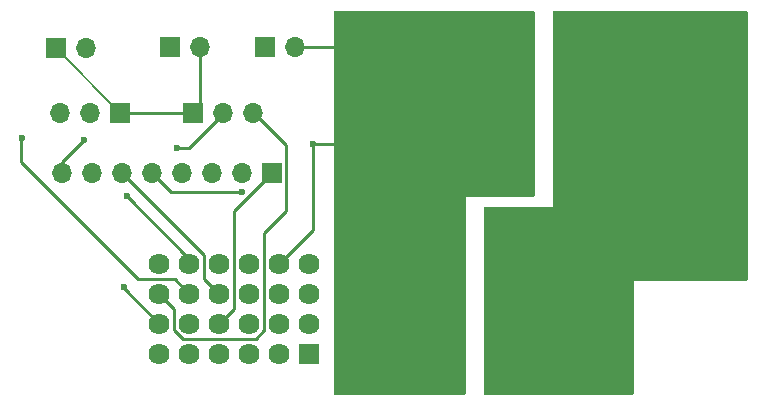
<source format=gbr>
%TF.GenerationSoftware,KiCad,Pcbnew,8.0.6*%
%TF.CreationDate,2025-01-01T08:23:18-05:00*%
%TF.ProjectId,ge-psu,67652d70-7375-42e6-9b69-6361645f7063,rev?*%
%TF.SameCoordinates,Original*%
%TF.FileFunction,Copper,L2,Bot*%
%TF.FilePolarity,Positive*%
%FSLAX46Y46*%
G04 Gerber Fmt 4.6, Leading zero omitted, Abs format (unit mm)*
G04 Created by KiCad (PCBNEW 8.0.6) date 2025-01-01 08:23:18*
%MOMM*%
%LPD*%
G01*
G04 APERTURE LIST*
%TA.AperFunction,ComponentPad*%
%ADD10C,0.900000*%
%TD*%
%TA.AperFunction,ComponentPad*%
%ADD11C,13.000000*%
%TD*%
%TA.AperFunction,ComponentPad*%
%ADD12R,1.700000X1.700000*%
%TD*%
%TA.AperFunction,ComponentPad*%
%ADD13O,1.700000X1.700000*%
%TD*%
%TA.AperFunction,ComponentPad*%
%ADD14R,1.790700X1.790700*%
%TD*%
%TA.AperFunction,ComponentPad*%
%ADD15C,1.790700*%
%TD*%
%TA.AperFunction,ViaPad*%
%ADD16C,0.600000*%
%TD*%
%TA.AperFunction,Conductor*%
%ADD17C,0.250000*%
%TD*%
%TA.AperFunction,Conductor*%
%ADD18C,0.200000*%
%TD*%
G04 APERTURE END LIST*
D10*
%TO.P,H1,1,1*%
%TO.N,VPLUS*%
X164143854Y-63862854D03*
X165571708Y-60415708D03*
X165571708Y-67310000D03*
X169018854Y-58987854D03*
D11*
X169018854Y-63862854D03*
D10*
X169018854Y-68737854D03*
X172466000Y-60415708D03*
X172466000Y-67310000D03*
X173893854Y-63862854D03*
%TD*%
D12*
%TO.P,J7,1,Pin_1*%
%TO.N,ALERT0*%
X137287000Y-69088000D03*
D13*
%TO.P,J7,2,Pin_2*%
%TO.N,ALERT1*%
X134747000Y-69088000D03*
%TO.P,J7,3,Pin_3*%
%TO.N,PFW*%
X132207000Y-69088000D03*
%TO.P,J7,4,Pin_4*%
%TO.N,OTW*%
X129667000Y-69088000D03*
%TO.P,J7,5,Pin_5*%
%TO.N,Power_Cap*%
X127127000Y-69088000D03*
%TO.P,J7,6,Pin_6*%
%TO.N,RESET*%
X124587000Y-69088000D03*
%TO.P,J7,7,Pin_7*%
%TO.N,MOD_PRE*%
X122047000Y-69088000D03*
%TO.P,J7,8,Pin_8*%
%TO.N,Fault*%
X119507000Y-69088000D03*
%TD*%
D14*
%TO.P,J1,A1,A1*%
%TO.N,UNIT_ADDR*%
X140435000Y-84400000D03*
D15*
%TO.P,J1,A2,A2*%
%TO.N,unconnected-(J1-PadA2)*%
X137895000Y-84400000D03*
%TO.P,J1,A3,A3*%
%TO.N,LOGIC_GRD*%
X135355000Y-84400000D03*
%TO.P,J1,A4,A4*%
%TO.N,PFW*%
X132815000Y-84400000D03*
%TO.P,J1,A5,A5*%
%TO.N,SDA_0*%
X130275000Y-84400000D03*
%TO.P,J1,A6,A6*%
%TO.N,SCL_0*%
X127735000Y-84400000D03*
%TO.P,J1,B1,B1*%
%TO.N,8V_INT*%
X140435000Y-81860000D03*
%TO.P,J1,B2,B2*%
%TO.N,unconnected-(J1-PadB2)*%
X137895000Y-81860000D03*
%TO.P,J1,B3,B3*%
%TO.N,ALERT1*%
X135355000Y-81860000D03*
%TO.P,J1,B4,B4*%
%TO.N,ALERT0*%
X132815000Y-81860000D03*
%TO.P,J1,B5,B5*%
%TO.N,OTW*%
X130275000Y-81860000D03*
%TO.P,J1,B6,B6*%
%TO.N,MOD_PRE*%
X127735000Y-81860000D03*
%TO.P,J1,C1,C1*%
%TO.N,unconnected-(J1-PadC1)*%
X140435000Y-79320000D03*
%TO.P,J1,C2,C2*%
%TO.N,Ishare*%
X137895000Y-79320000D03*
%TO.P,J1,C3,C3*%
%TO.N,REMOTE_ON*%
X135355000Y-79320000D03*
%TO.P,J1,C4,C4*%
%TO.N,RESET*%
X132815000Y-79320000D03*
%TO.P,J1,C5,C5*%
%TO.N,Margin*%
X130275000Y-79320000D03*
%TO.P,J1,C6,C6*%
%TO.N,SCL_1*%
X127735000Y-79320000D03*
%TO.P,J1,D1,D1*%
%TO.N,SHELF_ADDR*%
X140435000Y-76780000D03*
%TO.P,J1,D2,D2*%
%TO.N,Interlock*%
X137895000Y-76780000D03*
%TO.P,J1,D3,D3*%
%TO.N,Power_Cap*%
X135355000Y-76780000D03*
%TO.P,J1,D4,D4*%
%TO.N,5V*%
X132815000Y-76780000D03*
%TO.P,J1,D5,D5*%
%TO.N,Fault*%
X130275000Y-76780000D03*
%TO.P,J1,D6,D6*%
%TO.N,SDA_1*%
X127735000Y-76780000D03*
%TO.P,J1,P1_1,P1_1*%
%TO.N,VPLUS*%
X165200000Y-76780000D03*
%TO.P,J1,P1_2,P1_2*%
X165200000Y-79320000D03*
%TO.P,J1,P1_3,P1_3*%
X165200000Y-81860000D03*
%TO.P,J1,P1_4,P1_4*%
X165200000Y-84400000D03*
%TO.P,J1,P1_5,P1_5*%
X162660000Y-76780000D03*
%TO.P,J1,P1_6,P1_6*%
X162660000Y-79320000D03*
%TO.P,J1,P1_7,P1_7*%
X162660000Y-81860000D03*
%TO.P,J1,P1_8,P1_8*%
X162660000Y-84400000D03*
%TO.P,J1,P2_1,P2_1*%
X158850000Y-76780000D03*
%TO.P,J1,P2_2,P2_2*%
X158850000Y-79320000D03*
%TO.P,J1,P2_3,P2_3*%
X158850000Y-81860000D03*
%TO.P,J1,P2_4,P2_4*%
X158850000Y-84400000D03*
%TO.P,J1,P2_5,P2_5*%
X156310000Y-76780000D03*
%TO.P,J1,P2_6,P2_6*%
X156310000Y-79320000D03*
%TO.P,J1,P2_7,P2_7*%
X156310000Y-81860000D03*
%TO.P,J1,P2_8,P2_8*%
X156310000Y-84400000D03*
%TO.P,J1,P3_1,P3_1*%
%TO.N,Interlock*%
X152500000Y-76780000D03*
%TO.P,J1,P3_2,P3_2*%
X152500000Y-79320000D03*
%TO.P,J1,P3_3,P3_3*%
X152500000Y-81860000D03*
%TO.P,J1,P3_4,P3_4*%
X152500000Y-84400000D03*
%TO.P,J1,P3_5,P3_5*%
X149960000Y-76780000D03*
%TO.P,J1,P3_6,P3_6*%
X149960000Y-79320000D03*
%TO.P,J1,P3_7,P3_7*%
X149960000Y-81860000D03*
%TO.P,J1,P3_8,P3_8*%
X149960000Y-84400000D03*
%TO.P,J1,P4_1,P4_1*%
X146150000Y-76780000D03*
%TO.P,J1,P4_2,P4_2*%
X146150000Y-79320000D03*
%TO.P,J1,P4_3,P4_3*%
X146150000Y-81860000D03*
%TO.P,J1,P4_4,P4_4*%
X146150000Y-84400000D03*
%TO.P,J1,P4_5,P4_5*%
X143610000Y-76780000D03*
%TO.P,J1,P4_6,P4_6*%
X143610000Y-79320000D03*
%TO.P,J1,P4_7,P4_7*%
X143610000Y-81860000D03*
%TO.P,J1,P4_8,P4_8*%
X143610000Y-84400000D03*
%TD*%
D12*
%TO.P,J3,1,Pin_1*%
%TO.N,Ishare*%
X136652000Y-58420000D03*
D13*
%TO.P,J3,2,Pin_2*%
%TO.N,Interlock*%
X139192000Y-58420000D03*
%TD*%
D12*
%TO.P,J4,1,Pin_1*%
%TO.N,LOGIC_GRD*%
X124445000Y-64008000D03*
D13*
%TO.P,J4,2,Pin_2*%
%TO.N,SDA_0*%
X121905000Y-64008000D03*
%TO.P,J4,3,Pin_3*%
%TO.N,SCL_0*%
X119365000Y-64008000D03*
%TD*%
D10*
%TO.P,H2,1,1*%
%TO.N,Interlock*%
X146109854Y-63862854D03*
X147537708Y-60415708D03*
X147537708Y-67310000D03*
X150984854Y-58987854D03*
D11*
X150984854Y-63862854D03*
D10*
X150984854Y-68737854D03*
X154432000Y-60415708D03*
X154432000Y-67310000D03*
X155859854Y-63862854D03*
%TD*%
D12*
%TO.P,J6,1,Pin_1*%
%TO.N,LOGIC_GRD*%
X118999000Y-58496200D03*
D13*
%TO.P,J6,2,Pin_2*%
%TO.N,5V*%
X121539000Y-58496200D03*
%TD*%
D12*
%TO.P,J2,1,Pin_1*%
%TO.N,REMOTE_ON*%
X128651000Y-58420000D03*
D13*
%TO.P,J2,2,Pin_2*%
%TO.N,LOGIC_GRD*%
X131191000Y-58420000D03*
%TD*%
D12*
%TO.P,J5,1,Pin_1*%
%TO.N,LOGIC_GRD*%
X130556000Y-64033400D03*
D13*
%TO.P,J5,2,Pin_2*%
%TO.N,SDA_1*%
X133096000Y-64033400D03*
%TO.P,J5,3,Pin_3*%
%TO.N,SCL_1*%
X135636000Y-64033400D03*
%TD*%
D16*
%TO.N,Interlock*%
X146050000Y-86360000D03*
X158750000Y-64770000D03*
X143510000Y-59690000D03*
X143510000Y-72390000D03*
X143510000Y-57150000D03*
X151130000Y-72390000D03*
X156210000Y-69850000D03*
X158750000Y-59690000D03*
X151130000Y-74930000D03*
X143510000Y-69850000D03*
X156210000Y-57150000D03*
X146050000Y-57150000D03*
X143510000Y-74930000D03*
X148590000Y-72390000D03*
X143510000Y-67310000D03*
X143510000Y-64770000D03*
X148590000Y-74930000D03*
X148590000Y-86360000D03*
X146050000Y-74930000D03*
X153670000Y-57150000D03*
X143510000Y-62230000D03*
X143510000Y-86360000D03*
X158750000Y-62230000D03*
X158750000Y-67310000D03*
X158750000Y-57150000D03*
X158750000Y-69850000D03*
X148590000Y-57150000D03*
X146050000Y-69850000D03*
X151130000Y-86360000D03*
X140741400Y-66624200D03*
X146050000Y-72390000D03*
%TO.N,Power_Cap*%
X134759650Y-70731467D03*
%TO.N,VPLUS*%
X176530000Y-72390000D03*
X173990000Y-69850000D03*
X156210000Y-86360000D03*
X176530000Y-64770000D03*
X171450000Y-77470000D03*
X161290000Y-72390000D03*
X173990000Y-57150000D03*
X173990000Y-74930000D03*
X173990000Y-77470000D03*
X176530000Y-59690000D03*
X171450000Y-72390000D03*
X163830000Y-72390000D03*
X161290000Y-74930000D03*
X161290000Y-86360000D03*
X162560000Y-57150000D03*
X156210000Y-72390000D03*
X176530000Y-74930000D03*
X163830000Y-74930000D03*
X176530000Y-69850000D03*
X162560000Y-69850000D03*
X176530000Y-77470000D03*
X176530000Y-62230000D03*
X162560000Y-67310000D03*
X166370000Y-72390000D03*
X166370000Y-86360000D03*
X168910000Y-72390000D03*
X158750000Y-86360000D03*
X176530000Y-67310000D03*
X162560000Y-59690000D03*
X156210000Y-74930000D03*
X173990000Y-72390000D03*
X158750000Y-74930000D03*
X176530000Y-57150000D03*
X166370000Y-74930000D03*
X171450000Y-57150000D03*
X165100000Y-69850000D03*
X158750000Y-72390000D03*
X168910000Y-77470000D03*
X168910000Y-74930000D03*
X165100000Y-57150000D03*
X171450000Y-74930000D03*
X163830000Y-86360000D03*
%TO.N,Fault*%
X121386600Y-66268600D03*
X124993400Y-71069200D03*
%TO.N,Margin*%
X116103400Y-66167000D03*
%TO.N,SDA_1*%
X129260600Y-66979800D03*
%TO.N,MOD_PRE*%
X124714000Y-78740000D03*
%TD*%
D17*
%TO.N,Interlock*%
X142824200Y-66624200D02*
X143510000Y-67310000D01*
X137895000Y-76780000D02*
X140741400Y-73933600D01*
X140741400Y-66624200D02*
X142824200Y-66624200D01*
X143764000Y-58420000D02*
X144145000Y-58039000D01*
X140741400Y-73933600D02*
X140741400Y-66624200D01*
X139192000Y-58420000D02*
X143764000Y-58420000D01*
%TO.N,Power_Cap*%
X127127000Y-69088000D02*
X128770467Y-70731467D01*
X128770467Y-70731467D02*
X134759650Y-70731467D01*
%TO.N,Fault*%
X130275000Y-76350800D02*
X130275000Y-76780000D01*
X119507000Y-68148200D02*
X121386600Y-66268600D01*
X124993400Y-71069200D02*
X130275000Y-76350800D01*
X119507000Y-69088000D02*
X119507000Y-68148200D01*
%TO.N,Margin*%
X116052600Y-66217800D02*
X116103400Y-66167000D01*
X116052600Y-68173600D02*
X116052600Y-66217800D01*
X130275000Y-79320000D02*
X129034600Y-78079600D01*
X129034600Y-78079600D02*
X125958600Y-78079600D01*
X125958600Y-78079600D02*
X116052600Y-68173600D01*
%TO.N,SHELF_ADDR*%
X140441200Y-76773800D02*
X140435000Y-76780000D01*
%TO.N,SDA_1*%
X129260600Y-66979800D02*
X130251200Y-66979800D01*
X130251200Y-66979800D02*
X133223000Y-64008000D01*
X133085299Y-64008000D02*
X133223000Y-64008000D01*
%TO.N,RESET*%
X124587000Y-69088000D02*
X131546600Y-76047600D01*
X131546600Y-76047600D02*
X131546600Y-78051600D01*
X131546600Y-78051600D02*
X132815000Y-79320000D01*
%TO.N,SCL_1*%
X129006600Y-80591600D02*
X129006600Y-82372200D01*
X129006600Y-82372200D02*
X129768600Y-83134200D01*
X136626600Y-82423000D02*
X136626600Y-74166400D01*
X129768600Y-83134200D02*
X135915400Y-83134200D01*
X135915400Y-83134200D02*
X136626600Y-82423000D01*
X127735000Y-79320000D02*
X129006600Y-80591600D01*
X136626600Y-74166400D02*
X138462000Y-72331000D01*
X138462000Y-72331000D02*
X138462000Y-66707000D01*
X138462000Y-66707000D02*
X135763000Y-64008000D01*
%TO.N,ALERT0*%
X134086600Y-72288400D02*
X134086600Y-80588400D01*
X137287000Y-69088000D02*
X134086600Y-72288400D01*
X134086600Y-80588400D02*
X132815000Y-81860000D01*
%TO.N,LOGIC_GRD*%
X131191000Y-63500000D02*
X130683000Y-64008000D01*
D18*
X124445000Y-63993000D02*
X124445000Y-64008000D01*
X118999000Y-58547000D02*
X124445000Y-63993000D01*
D17*
X131191000Y-58420000D02*
X131191000Y-63500000D01*
X130683000Y-64008000D02*
X124587000Y-64008000D01*
%TO.N,MOD_PRE*%
X124714000Y-78740000D02*
X124714000Y-78839000D01*
X124714000Y-78839000D02*
X127735000Y-81860000D01*
%TD*%
%TA.AperFunction,Conductor*%
%TO.N,VPLUS*%
G36*
X177489039Y-55391685D02*
G01*
X177534794Y-55444489D01*
X177546000Y-55496000D01*
X177546000Y-78108000D01*
X177526315Y-78175039D01*
X177473511Y-78220794D01*
X177422000Y-78232000D01*
X167894000Y-78232000D01*
X167894000Y-87760000D01*
X167874315Y-87827039D01*
X167821511Y-87872794D01*
X167770000Y-87884000D01*
X155318000Y-87884000D01*
X155250961Y-87864315D01*
X155205206Y-87811511D01*
X155194000Y-87760000D01*
X155194000Y-72107600D01*
X155213685Y-72040561D01*
X155266489Y-71994806D01*
X155318000Y-71983600D01*
X161036000Y-71983600D01*
X161036000Y-55496000D01*
X161055685Y-55428961D01*
X161108489Y-55383206D01*
X161160000Y-55372000D01*
X177422000Y-55372000D01*
X177489039Y-55391685D01*
G37*
%TD.AperFunction*%
%TD*%
%TA.AperFunction,Conductor*%
%TO.N,Interlock*%
G36*
X159455039Y-55391685D02*
G01*
X159500794Y-55444489D01*
X159512000Y-55496000D01*
X159512000Y-70996000D01*
X159492315Y-71063039D01*
X159439511Y-71108794D01*
X159388000Y-71120000D01*
X153670000Y-71120000D01*
X153670000Y-55372000D01*
X159388000Y-55372000D01*
X159455039Y-55391685D01*
G37*
%TD.AperFunction*%
%TD*%
%TA.AperFunction,Conductor*%
%TO.N,Interlock*%
G36*
X153670000Y-71120000D02*
G01*
X153670000Y-87760000D01*
X153650315Y-87827039D01*
X153597511Y-87872794D01*
X153546000Y-87884000D01*
X142618000Y-87884000D01*
X142550961Y-87864315D01*
X142505206Y-87811511D01*
X142494000Y-87760000D01*
X142494000Y-55496000D01*
X142513685Y-55428961D01*
X142566489Y-55383206D01*
X142618000Y-55372000D01*
X153670000Y-55372000D01*
X153670000Y-71120000D01*
G37*
%TD.AperFunction*%
%TD*%
M02*

</source>
